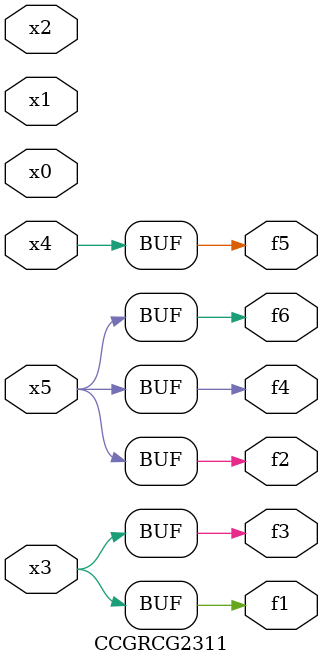
<source format=v>
module CCGRCG2311(
	input x0, x1, x2, x3, x4, x5,
	output f1, f2, f3, f4, f5, f6
);
	assign f1 = x3;
	assign f2 = x5;
	assign f3 = x3;
	assign f4 = x5;
	assign f5 = x4;
	assign f6 = x5;
endmodule

</source>
